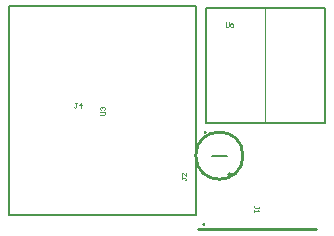
<source format=gto>
%FSLAX44Y44*%
%MOMM*%
G71*
G01*
G75*
G04 Layer_Color=65535*
%ADD10O,2.5000X0.7000*%
%ADD11O,0.7000X2.5000*%
%ADD12R,0.4000X1.4000*%
G04:AMPARAMS|DCode=13|XSize=1.8mm|YSize=1.9mm|CornerRadius=0.45mm|HoleSize=0mm|Usage=FLASHONLY|Rotation=0.000|XOffset=0mm|YOffset=0mm|HoleType=Round|Shape=RoundedRectangle|*
%AMROUNDEDRECTD13*
21,1,1.8000,1.0000,0,0,0.0*
21,1,0.9000,1.9000,0,0,0.0*
1,1,0.9000,0.4500,-0.5000*
1,1,0.9000,-0.4500,-0.5000*
1,1,0.9000,-0.4500,0.5000*
1,1,0.9000,0.4500,0.5000*
%
%ADD13ROUNDEDRECTD13*%
G04:AMPARAMS|DCode=14|XSize=1.5mm|YSize=1.5mm|CornerRadius=0.375mm|HoleSize=0mm|Usage=FLASHONLY|Rotation=180.000|XOffset=0mm|YOffset=0mm|HoleType=Round|Shape=RoundedRectangle|*
%AMROUNDEDRECTD14*
21,1,1.5000,0.7500,0,0,180.0*
21,1,0.7500,1.5000,0,0,180.0*
1,1,0.7500,-0.3750,0.3750*
1,1,0.7500,0.3750,0.3750*
1,1,0.7500,0.3750,-0.3750*
1,1,0.7500,-0.3750,-0.3750*
%
%ADD14ROUNDEDRECTD14*%
%ADD15O,0.8000X1.8000*%
G04:AMPARAMS|DCode=16|XSize=1mm|YSize=1.2mm|CornerRadius=0.165mm|HoleSize=0mm|Usage=FLASHONLY|Rotation=90.000|XOffset=0mm|YOffset=0mm|HoleType=Round|Shape=RoundedRectangle|*
%AMROUNDEDRECTD16*
21,1,1.0000,0.8700,0,0,90.0*
21,1,0.6700,1.2000,0,0,90.0*
1,1,0.3300,0.4350,0.3350*
1,1,0.3300,0.4350,-0.3350*
1,1,0.3300,-0.4350,-0.3350*
1,1,0.3300,-0.4350,0.3350*
%
%ADD16ROUNDEDRECTD16*%
%ADD17C,0.2000*%
%ADD18C,0.2500*%
%ADD19C,0.4000*%
%ADD20C,0.3500*%
%ADD21C,0.6000*%
%ADD22C,1.5000*%
%ADD23C,1.1000*%
%ADD24C,0.7000*%
%ADD25C,0.7000*%
%ADD26C,2.0000*%
%ADD27R,1.3000X1.3000*%
%ADD28C,1.3000*%
%ADD29C,1.8500*%
%ADD30C,0.6000*%
G04:AMPARAMS|DCode=31|XSize=1mm|YSize=0.9mm|CornerRadius=0.198mm|HoleSize=0mm|Usage=FLASHONLY|Rotation=90.000|XOffset=0mm|YOffset=0mm|HoleType=Round|Shape=RoundedRectangle|*
%AMROUNDEDRECTD31*
21,1,1.0000,0.5040,0,0,90.0*
21,1,0.6040,0.9000,0,0,90.0*
1,1,0.3960,0.2520,0.3020*
1,1,0.3960,0.2520,-0.3020*
1,1,0.3960,-0.2520,-0.3020*
1,1,0.3960,-0.2520,0.3020*
%
%ADD31ROUNDEDRECTD31*%
G04:AMPARAMS|DCode=32|XSize=1mm|YSize=0.9mm|CornerRadius=0.198mm|HoleSize=0mm|Usage=FLASHONLY|Rotation=0.000|XOffset=0mm|YOffset=0mm|HoleType=Round|Shape=RoundedRectangle|*
%AMROUNDEDRECTD32*
21,1,1.0000,0.5040,0,0,0.0*
21,1,0.6040,0.9000,0,0,0.0*
1,1,0.3960,0.3020,-0.2520*
1,1,0.3960,-0.3020,-0.2520*
1,1,0.3960,-0.3020,0.2520*
1,1,0.3960,0.3020,0.2520*
%
%ADD32ROUNDEDRECTD32*%
G04:AMPARAMS|DCode=33|XSize=1mm|YSize=0.95mm|CornerRadius=0.1995mm|HoleSize=0mm|Usage=FLASHONLY|Rotation=270.000|XOffset=0mm|YOffset=0mm|HoleType=Round|Shape=RoundedRectangle|*
%AMROUNDEDRECTD33*
21,1,1.0000,0.5510,0,0,270.0*
21,1,0.6010,0.9500,0,0,270.0*
1,1,0.3990,-0.2755,-0.3005*
1,1,0.3990,-0.2755,0.3005*
1,1,0.3990,0.2755,0.3005*
1,1,0.3990,0.2755,-0.3005*
%
%ADD33ROUNDEDRECTD33*%
G04:AMPARAMS|DCode=34|XSize=1mm|YSize=0.95mm|CornerRadius=0.1995mm|HoleSize=0mm|Usage=FLASHONLY|Rotation=0.000|XOffset=0mm|YOffset=0mm|HoleType=Round|Shape=RoundedRectangle|*
%AMROUNDEDRECTD34*
21,1,1.0000,0.5510,0,0,0.0*
21,1,0.6010,0.9500,0,0,0.0*
1,1,0.3990,0.3005,-0.2755*
1,1,0.3990,-0.3005,-0.2755*
1,1,0.3990,-0.3005,0.2755*
1,1,0.3990,0.3005,0.2755*
%
%ADD34ROUNDEDRECTD34*%
%ADD35R,4.0000X4.0000*%
%ADD36O,0.4000X1.1000*%
%ADD37O,1.1000X0.4000*%
G04:AMPARAMS|DCode=38|XSize=0.375mm|YSize=1.5mm|CornerRadius=0.0825mm|HoleSize=0mm|Usage=FLASHONLY|Rotation=180.000|XOffset=0mm|YOffset=0mm|HoleType=Round|Shape=RoundedRectangle|*
%AMROUNDEDRECTD38*
21,1,0.3750,1.3350,0,0,180.0*
21,1,0.2100,1.5000,0,0,180.0*
1,1,0.1650,-0.1050,0.6675*
1,1,0.1650,0.1050,0.6675*
1,1,0.1650,0.1050,-0.6675*
1,1,0.1650,-0.1050,-0.6675*
%
%ADD38ROUNDEDRECTD38*%
G04:AMPARAMS|DCode=39|XSize=0.375mm|YSize=1.25mm|CornerRadius=0.0825mm|HoleSize=0mm|Usage=FLASHONLY|Rotation=180.000|XOffset=0mm|YOffset=0mm|HoleType=Round|Shape=RoundedRectangle|*
%AMROUNDEDRECTD39*
21,1,0.3750,1.0850,0,0,180.0*
21,1,0.2100,1.2500,0,0,180.0*
1,1,0.1650,-0.1050,0.5425*
1,1,0.1650,0.1050,0.5425*
1,1,0.1650,0.1050,-0.5425*
1,1,0.1650,-0.1050,-0.5425*
%
%ADD39ROUNDEDRECTD39*%
G04:AMPARAMS|DCode=40|XSize=0.375mm|YSize=1.6mm|CornerRadius=0.0825mm|HoleSize=0mm|Usage=FLASHONLY|Rotation=180.000|XOffset=0mm|YOffset=0mm|HoleType=Round|Shape=RoundedRectangle|*
%AMROUNDEDRECTD40*
21,1,0.3750,1.4350,0,0,180.0*
21,1,0.2100,1.6000,0,0,180.0*
1,1,0.1650,-0.1050,0.7175*
1,1,0.1650,0.1050,0.7175*
1,1,0.1650,0.1050,-0.7175*
1,1,0.1650,-0.1050,-0.7175*
%
%ADD40ROUNDEDRECTD40*%
G04:AMPARAMS|DCode=41|XSize=1.1mm|YSize=0.9mm|CornerRadius=0.3015mm|HoleSize=0mm|Usage=FLASHONLY|Rotation=90.000|XOffset=0mm|YOffset=0mm|HoleType=Round|Shape=RoundedRectangle|*
%AMROUNDEDRECTD41*
21,1,1.1000,0.2970,0,0,90.0*
21,1,0.4970,0.9000,0,0,90.0*
1,1,0.6030,0.1485,0.2485*
1,1,0.6030,0.1485,-0.2485*
1,1,0.6030,-0.1485,-0.2485*
1,1,0.6030,-0.1485,0.2485*
%
%ADD41ROUNDEDRECTD41*%
G04:AMPARAMS|DCode=42|XSize=1mm|YSize=0.4mm|CornerRadius=0.1mm|HoleSize=0mm|Usage=FLASHONLY|Rotation=90.000|XOffset=0mm|YOffset=0mm|HoleType=Round|Shape=RoundedRectangle|*
%AMROUNDEDRECTD42*
21,1,1.0000,0.2000,0,0,90.0*
21,1,0.8000,0.4000,0,0,90.0*
1,1,0.2000,0.1000,0.4000*
1,1,0.2000,0.1000,-0.4000*
1,1,0.2000,-0.1000,-0.4000*
1,1,0.2000,-0.1000,0.4000*
%
%ADD42ROUNDEDRECTD42*%
G04:AMPARAMS|DCode=43|XSize=0.75mm|YSize=1.1mm|CornerRadius=0.165mm|HoleSize=0mm|Usage=FLASHONLY|Rotation=180.000|XOffset=0mm|YOffset=0mm|HoleType=Round|Shape=RoundedRectangle|*
%AMROUNDEDRECTD43*
21,1,0.7500,0.7700,0,0,180.0*
21,1,0.4200,1.1000,0,0,180.0*
1,1,0.3300,-0.2100,0.3850*
1,1,0.3300,0.2100,0.3850*
1,1,0.3300,0.2100,-0.3850*
1,1,0.3300,-0.2100,-0.3850*
%
%ADD43ROUNDEDRECTD43*%
G04:AMPARAMS|DCode=44|XSize=1mm|YSize=1.1mm|CornerRadius=0.165mm|HoleSize=0mm|Usage=FLASHONLY|Rotation=180.000|XOffset=0mm|YOffset=0mm|HoleType=Round|Shape=RoundedRectangle|*
%AMROUNDEDRECTD44*
21,1,1.0000,0.7700,0,0,180.0*
21,1,0.6700,1.1000,0,0,180.0*
1,1,0.3300,-0.3350,0.3850*
1,1,0.3300,0.3350,0.3850*
1,1,0.3300,0.3350,-0.3850*
1,1,0.3300,-0.3350,-0.3850*
%
%ADD44ROUNDEDRECTD44*%
G04:AMPARAMS|DCode=45|XSize=1.1mm|YSize=0.75mm|CornerRadius=0.2512mm|HoleSize=0mm|Usage=FLASHONLY|Rotation=90.000|XOffset=0mm|YOffset=0mm|HoleType=Round|Shape=RoundedRectangle|*
%AMROUNDEDRECTD45*
21,1,1.1000,0.2475,0,0,90.0*
21,1,0.5975,0.7500,0,0,90.0*
1,1,0.5025,0.1238,0.2988*
1,1,0.5025,0.1238,-0.2988*
1,1,0.5025,-0.1238,-0.2988*
1,1,0.5025,-0.1238,0.2988*
%
%ADD45ROUNDEDRECTD45*%
G04:AMPARAMS|DCode=46|XSize=1.1mm|YSize=0.6mm|CornerRadius=0.201mm|HoleSize=0mm|Usage=FLASHONLY|Rotation=270.000|XOffset=0mm|YOffset=0mm|HoleType=Round|Shape=RoundedRectangle|*
%AMROUNDEDRECTD46*
21,1,1.1000,0.1980,0,0,270.0*
21,1,0.6980,0.6000,0,0,270.0*
1,1,0.4020,-0.0990,-0.3490*
1,1,0.4020,-0.0990,0.3490*
1,1,0.4020,0.0990,0.3490*
1,1,0.4020,0.0990,-0.3490*
%
%ADD46ROUNDEDRECTD46*%
G04:AMPARAMS|DCode=47|XSize=1.5mm|YSize=3mm|CornerRadius=0.375mm|HoleSize=0mm|Usage=FLASHONLY|Rotation=270.000|XOffset=0mm|YOffset=0mm|HoleType=Round|Shape=RoundedRectangle|*
%AMROUNDEDRECTD47*
21,1,1.5000,2.2500,0,0,270.0*
21,1,0.7500,3.0000,0,0,270.0*
1,1,0.7500,-1.1250,-0.3750*
1,1,0.7500,-1.1250,0.3750*
1,1,0.7500,1.1250,0.3750*
1,1,0.7500,1.1250,-0.3750*
%
%ADD47ROUNDEDRECTD47*%
%ADD48C,0.2540*%
%ADD49C,0.1000*%
G36*
X177428Y4639D02*
X177782Y3783D01*
X177428Y2927D01*
X176572Y2573D01*
X175716Y2927D01*
X175362Y3783D01*
X175716Y4639D01*
X176572Y4993D01*
X177428Y4639D01*
D02*
G37*
G36*
X178573Y82784D02*
X178927Y81928D01*
X178573Y81072D01*
X177717Y80718D01*
X176861Y81072D01*
X176507Y81928D01*
X176861Y82784D01*
X177717Y83138D01*
X178573Y82784D01*
D02*
G37*
D17*
X169750Y11500D02*
Y188500D01*
X11750D02*
X169750D01*
X11750Y11500D02*
Y188500D01*
Y11500D02*
X169750D01*
X178250Y90000D02*
Y187000D01*
X279250D01*
Y90000D02*
Y187000D01*
X178250Y90000D02*
X279250D01*
X183250Y62000D02*
X196250D01*
D18*
X199781Y46000D02*
G03*
X199781Y46000I-1031J0D01*
G01*
D48*
X209750Y62000D02*
G03*
X209750Y62000I-20000J0D01*
G01*
X171250Y0D02*
X271250D01*
D49*
X228750Y90000D02*
Y187000D01*
X222999Y17334D02*
Y18667D01*
Y18000D01*
X219666D01*
X219000Y18667D01*
Y19333D01*
X219666Y20000D01*
X219000Y16001D02*
Y14668D01*
Y15335D01*
X222999D01*
X222332Y16001D01*
X69166Y106749D02*
X67833D01*
X68500D01*
Y103417D01*
X67833Y102750D01*
X67167D01*
X66500Y103417D01*
X72498Y102750D02*
Y106749D01*
X70499Y104749D01*
X73165D01*
X88725Y96636D02*
X92058D01*
X92724Y97302D01*
Y98635D01*
X92058Y99302D01*
X88725D01*
X89392Y100635D02*
X88725Y101301D01*
Y102634D01*
X89392Y103301D01*
X90058D01*
X90725Y102634D01*
Y101968D01*
Y102634D01*
X91391Y103301D01*
X92058D01*
X92724Y102634D01*
Y101301D01*
X92058Y100635D01*
X195000Y175249D02*
Y171916D01*
X195666Y171250D01*
X196999D01*
X197666Y171916D01*
Y175249D01*
X201665D02*
X200332Y174582D01*
X198999Y173249D01*
Y171916D01*
X199665Y171250D01*
X200998D01*
X201665Y171916D01*
Y172583D01*
X200998Y173249D01*
X198999D01*
X157684Y43711D02*
Y42378D01*
Y43044D01*
X161017D01*
X161683Y42378D01*
Y41711D01*
X161017Y41045D01*
X161683Y47709D02*
Y45044D01*
X159017Y47709D01*
X158351D01*
X157684Y47043D01*
Y45710D01*
X158351Y45044D01*
M02*

</source>
